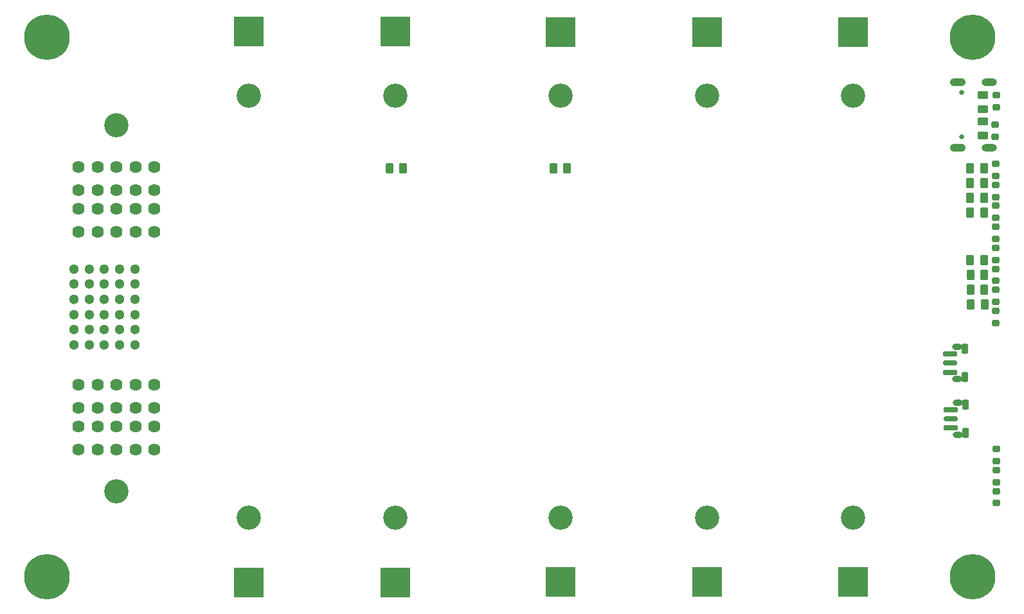
<source format=gbr>
%TF.GenerationSoftware,KiCad,Pcbnew,7.0.8-7.0.8~ubuntu23.04.1*%
%TF.CreationDate,2023-11-06T00:21:03+00:00*%
%TF.ProjectId,BATDATUNIT01,42415444-4154-4554-9e49-5430312e6b69,01A*%
%TF.SameCoordinates,Original*%
%TF.FileFunction,Soldermask,Top*%
%TF.FilePolarity,Negative*%
%FSLAX46Y46*%
G04 Gerber Fmt 4.6, Leading zero omitted, Abs format (unit mm)*
G04 Created by KiCad (PCBNEW 7.0.8-7.0.8~ubuntu23.04.1) date 2023-11-06 00:21:03*
%MOMM*%
%LPD*%
G01*
G04 APERTURE LIST*
G04 Aperture macros list*
%AMRoundRect*
0 Rectangle with rounded corners*
0 $1 Rounding radius*
0 $2 $3 $4 $5 $6 $7 $8 $9 X,Y pos of 4 corners*
0 Add a 4 corners polygon primitive as box body*
4,1,4,$2,$3,$4,$5,$6,$7,$8,$9,$2,$3,0*
0 Add four circle primitives for the rounded corners*
1,1,$1+$1,$2,$3*
1,1,$1+$1,$4,$5*
1,1,$1+$1,$6,$7*
1,1,$1+$1,$8,$9*
0 Add four rect primitives between the rounded corners*
20,1,$1+$1,$2,$3,$4,$5,0*
20,1,$1+$1,$4,$5,$6,$7,0*
20,1,$1+$1,$6,$7,$8,$9,0*
20,1,$1+$1,$8,$9,$2,$3,0*%
G04 Aperture macros list end*
%ADD10RoundRect,0.250000X0.450000X-0.262500X0.450000X0.262500X-0.450000X0.262500X-0.450000X-0.262500X0*%
%ADD11C,3.200000*%
%ADD12R,4.000000X4.000000*%
%ADD13RoundRect,0.250000X0.262500X0.450000X-0.262500X0.450000X-0.262500X-0.450000X0.262500X-0.450000X0*%
%ADD14RoundRect,0.250000X-0.250000X0.200000X-0.250000X-0.200000X0.250000X-0.200000X0.250000X0.200000X0*%
%ADD15RoundRect,0.250000X-0.262500X-0.450000X0.262500X-0.450000X0.262500X0.450000X-0.262500X0.450000X0*%
%ADD16C,6.000000*%
%ADD17RoundRect,0.250000X-0.450000X0.262500X-0.450000X-0.262500X0.450000X-0.262500X0.450000X0.262500X0*%
%ADD18RoundRect,0.187500X0.712500X-0.187500X0.712500X0.187500X-0.712500X0.187500X-0.712500X-0.187500X0*%
%ADD19RoundRect,0.150000X0.750000X-0.150000X0.750000X0.150000X-0.750000X0.150000X-0.750000X-0.150000X0*%
%ADD20O,1.300000X0.900000*%
%ADD21RoundRect,0.225000X0.225000X-0.425000X0.225000X0.425000X-0.225000X0.425000X-0.225000X-0.425000X0*%
%ADD22C,1.300000*%
%ADD23C,1.620000*%
%ADD24C,0.650000*%
%ADD25O,2.000000X1.000000*%
%ADD26O,2.100000X1.050000*%
G04 APERTURE END LIST*
D10*
%TO.C,R14*%
X133111000Y65551000D03*
X133111000Y67376000D03*
%TD*%
D11*
%TO.C,BT1*%
X36486000Y15116000D03*
X55786000Y15116000D03*
X36486000Y70736000D03*
X55786000Y70736000D03*
D12*
X36486000Y6626000D03*
X36486000Y79226000D03*
X55786000Y6626000D03*
X55786000Y79226000D03*
%TD*%
D13*
%TO.C,R58*%
X133311000Y57301000D03*
X131486000Y57301000D03*
%TD*%
%TO.C,R54*%
X133348500Y45226000D03*
X131523500Y45226000D03*
%TD*%
%TO.C,R60*%
X133311000Y61226000D03*
X131486000Y61226000D03*
%TD*%
D14*
%TO.C,D2*%
X134886000Y70826000D03*
X134886000Y69226000D03*
%TD*%
D15*
%TO.C,TH2*%
X76573500Y61226000D03*
X78398500Y61226000D03*
%TD*%
D16*
%TO.C,H2*%
X131826000Y78486000D03*
%TD*%
D13*
%TO.C,TH1*%
X56798500Y61226000D03*
X54973500Y61226000D03*
%TD*%
%TO.C,R56*%
X133298500Y49126000D03*
X131473500Y49126000D03*
%TD*%
D14*
%TO.C,D4*%
X134886000Y18651000D03*
X134886000Y17051000D03*
%TD*%
%TO.C,D11*%
X134811000Y50708653D03*
X134811000Y49108653D03*
%TD*%
D16*
%TO.C,H1*%
X9906000Y78486000D03*
%TD*%
D11*
%TO.C,BT2*%
X77486000Y15121000D03*
X96786000Y15121000D03*
X116086000Y15121000D03*
X77486000Y70731000D03*
X96786000Y70731000D03*
X116086000Y70731000D03*
D12*
X77486000Y6676000D03*
X77486000Y79176000D03*
X96786000Y6676000D03*
X96786000Y79176000D03*
X116086000Y6676000D03*
X116086000Y79176000D03*
%TD*%
D14*
%TO.C,D15*%
X134811000Y61778042D03*
X134811000Y60178042D03*
%TD*%
D17*
%TO.C,R18*%
X133111000Y70813500D03*
X133111000Y68988500D03*
%TD*%
D14*
%TO.C,D1*%
X134786000Y66926000D03*
X134786000Y65326000D03*
%TD*%
%TO.C,D3*%
X134886000Y24201000D03*
X134886000Y22601000D03*
%TD*%
D16*
%TO.C,H4*%
X131826000Y7366000D03*
%TD*%
D14*
%TO.C,D13*%
X134811000Y56243347D03*
X134811000Y54643347D03*
%TD*%
D18*
%TO.C,SW4*%
X128851000Y34301000D03*
X128851000Y36751000D03*
D19*
X128851000Y35526000D03*
D20*
X129751000Y33401000D03*
D21*
X130801000Y33676000D03*
X130801000Y37376000D03*
D20*
X129751000Y37651000D03*
%TD*%
D13*
%TO.C,R53*%
X133373500Y43276000D03*
X131548500Y43276000D03*
%TD*%
%TO.C,R59*%
X133311000Y59276000D03*
X131486000Y59276000D03*
%TD*%
D14*
%TO.C,D14*%
X134811000Y59010694D03*
X134811000Y57410694D03*
%TD*%
%TO.C,D8*%
X134811000Y42406612D03*
X134811000Y40806612D03*
%TD*%
%TO.C,D12*%
X134811000Y53476000D03*
X134811000Y51876000D03*
%TD*%
%TO.C,D10*%
X134811000Y47941306D03*
X134811000Y46341306D03*
%TD*%
D13*
%TO.C,R55*%
X133323500Y47176000D03*
X131498500Y47176000D03*
%TD*%
D16*
%TO.C,H3*%
X9906000Y7366000D03*
%TD*%
D14*
%TO.C,D5*%
X134886000Y21426000D03*
X134886000Y19826000D03*
%TD*%
D13*
%TO.C,R57*%
X133298500Y55376000D03*
X131473500Y55376000D03*
%TD*%
D11*
%TO.C,J4*%
X19036000Y66856000D03*
X19036000Y18646000D03*
D22*
X13436000Y37926000D03*
X13436000Y39926000D03*
X13436000Y41926000D03*
X13436000Y43926000D03*
X13436000Y45926000D03*
X13436000Y47926000D03*
X15436000Y37926000D03*
X15436000Y39926000D03*
X15436000Y41926000D03*
X15436000Y43926000D03*
X15436000Y45926000D03*
X15436000Y47926000D03*
X17436000Y37926000D03*
X17436000Y39926000D03*
X17436000Y41926000D03*
X17436000Y43926000D03*
X17436000Y45926000D03*
X17436000Y47926000D03*
X19436000Y37926000D03*
X19436000Y39926000D03*
X19436000Y41926000D03*
X19436000Y43926000D03*
X19436000Y45926000D03*
X19436000Y47926000D03*
X21436000Y37926000D03*
X21436000Y39926000D03*
X21436000Y41926000D03*
X21436000Y43926000D03*
X21436000Y45926000D03*
X21436000Y47926000D03*
D23*
X24036000Y27146000D03*
X21536000Y27146000D03*
X19036000Y27146000D03*
X16536000Y27146000D03*
X14036000Y27146000D03*
X24036000Y24146000D03*
X21536000Y24146000D03*
X19036000Y24146000D03*
X16536000Y24146000D03*
X14036000Y24146000D03*
X24036000Y32646000D03*
X21536000Y32646000D03*
X19036000Y32646000D03*
X16536000Y32646000D03*
X14036000Y32646000D03*
X24036000Y29646000D03*
X21536000Y29646000D03*
X19036000Y29646000D03*
X16536000Y29646000D03*
X14036000Y29646000D03*
X24036000Y55856000D03*
X21536000Y55856000D03*
X19036000Y55856000D03*
X16536000Y55856000D03*
X14036000Y55856000D03*
X24036000Y52856000D03*
X21536000Y52856000D03*
X19036000Y52856000D03*
X16536000Y52856000D03*
X14036000Y52856000D03*
X24036000Y61356000D03*
X21536000Y61356000D03*
X19036000Y61356000D03*
X16536000Y61356000D03*
X14036000Y61356000D03*
X24036000Y58356000D03*
X21536000Y58356000D03*
X19036000Y58356000D03*
X16536000Y58356000D03*
X14036000Y58356000D03*
%TD*%
D18*
%TO.C,SW1*%
X128936000Y26951000D03*
X128936000Y29401000D03*
D19*
X128936000Y28176000D03*
D20*
X129836000Y26051000D03*
D21*
X130886000Y26326000D03*
X130886000Y30026000D03*
D20*
X129836000Y30301000D03*
%TD*%
D14*
%TO.C,D9*%
X134811000Y45173959D03*
X134811000Y43573959D03*
%TD*%
D24*
%TO.C,J1*%
X130318500Y71146000D03*
X130318500Y65366000D03*
D25*
X133998500Y72576000D03*
X133998500Y63936000D03*
D26*
X129818500Y72576000D03*
X129818500Y63936000D03*
%TD*%
M02*

</source>
